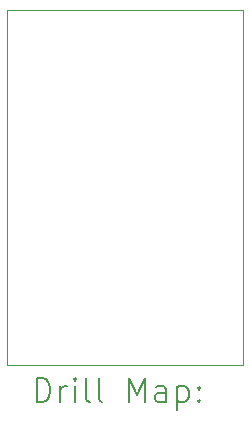
<source format=gbr>
%TF.GenerationSoftware,KiCad,Pcbnew,7.0.5*%
%TF.CreationDate,2023-08-05T10:41:14-04:00*%
%TF.ProjectId,Board_To_Be_Tested,426f6172-645f-4546-9f5f-42655f546573,rev?*%
%TF.SameCoordinates,Original*%
%TF.FileFunction,Drillmap*%
%TF.FilePolarity,Positive*%
%FSLAX45Y45*%
G04 Gerber Fmt 4.5, Leading zero omitted, Abs format (unit mm)*
G04 Created by KiCad (PCBNEW 7.0.5) date 2023-08-05 10:41:14*
%MOMM*%
%LPD*%
G01*
G04 APERTURE LIST*
%ADD10C,0.100000*%
%ADD11C,0.200000*%
G04 APERTURE END LIST*
D10*
X12500000Y-10800000D02*
X14500000Y-10800000D01*
X14500000Y-13800000D01*
X12500000Y-13800000D01*
X12500000Y-10800000D01*
D11*
X12755777Y-14116484D02*
X12755777Y-13916484D01*
X12755777Y-13916484D02*
X12803396Y-13916484D01*
X12803396Y-13916484D02*
X12831967Y-13926008D01*
X12831967Y-13926008D02*
X12851015Y-13945055D01*
X12851015Y-13945055D02*
X12860539Y-13964103D01*
X12860539Y-13964103D02*
X12870062Y-14002198D01*
X12870062Y-14002198D02*
X12870062Y-14030769D01*
X12870062Y-14030769D02*
X12860539Y-14068865D01*
X12860539Y-14068865D02*
X12851015Y-14087912D01*
X12851015Y-14087912D02*
X12831967Y-14106960D01*
X12831967Y-14106960D02*
X12803396Y-14116484D01*
X12803396Y-14116484D02*
X12755777Y-14116484D01*
X12955777Y-14116484D02*
X12955777Y-13983150D01*
X12955777Y-14021246D02*
X12965301Y-14002198D01*
X12965301Y-14002198D02*
X12974824Y-13992674D01*
X12974824Y-13992674D02*
X12993872Y-13983150D01*
X12993872Y-13983150D02*
X13012920Y-13983150D01*
X13079586Y-14116484D02*
X13079586Y-13983150D01*
X13079586Y-13916484D02*
X13070062Y-13926008D01*
X13070062Y-13926008D02*
X13079586Y-13935531D01*
X13079586Y-13935531D02*
X13089110Y-13926008D01*
X13089110Y-13926008D02*
X13079586Y-13916484D01*
X13079586Y-13916484D02*
X13079586Y-13935531D01*
X13203396Y-14116484D02*
X13184348Y-14106960D01*
X13184348Y-14106960D02*
X13174824Y-14087912D01*
X13174824Y-14087912D02*
X13174824Y-13916484D01*
X13308158Y-14116484D02*
X13289110Y-14106960D01*
X13289110Y-14106960D02*
X13279586Y-14087912D01*
X13279586Y-14087912D02*
X13279586Y-13916484D01*
X13536729Y-14116484D02*
X13536729Y-13916484D01*
X13536729Y-13916484D02*
X13603396Y-14059341D01*
X13603396Y-14059341D02*
X13670062Y-13916484D01*
X13670062Y-13916484D02*
X13670062Y-14116484D01*
X13851015Y-14116484D02*
X13851015Y-14011722D01*
X13851015Y-14011722D02*
X13841491Y-13992674D01*
X13841491Y-13992674D02*
X13822443Y-13983150D01*
X13822443Y-13983150D02*
X13784348Y-13983150D01*
X13784348Y-13983150D02*
X13765301Y-13992674D01*
X13851015Y-14106960D02*
X13831967Y-14116484D01*
X13831967Y-14116484D02*
X13784348Y-14116484D01*
X13784348Y-14116484D02*
X13765301Y-14106960D01*
X13765301Y-14106960D02*
X13755777Y-14087912D01*
X13755777Y-14087912D02*
X13755777Y-14068865D01*
X13755777Y-14068865D02*
X13765301Y-14049817D01*
X13765301Y-14049817D02*
X13784348Y-14040293D01*
X13784348Y-14040293D02*
X13831967Y-14040293D01*
X13831967Y-14040293D02*
X13851015Y-14030769D01*
X13946253Y-13983150D02*
X13946253Y-14183150D01*
X13946253Y-13992674D02*
X13965301Y-13983150D01*
X13965301Y-13983150D02*
X14003396Y-13983150D01*
X14003396Y-13983150D02*
X14022443Y-13992674D01*
X14022443Y-13992674D02*
X14031967Y-14002198D01*
X14031967Y-14002198D02*
X14041491Y-14021246D01*
X14041491Y-14021246D02*
X14041491Y-14078388D01*
X14041491Y-14078388D02*
X14031967Y-14097436D01*
X14031967Y-14097436D02*
X14022443Y-14106960D01*
X14022443Y-14106960D02*
X14003396Y-14116484D01*
X14003396Y-14116484D02*
X13965301Y-14116484D01*
X13965301Y-14116484D02*
X13946253Y-14106960D01*
X14127205Y-14097436D02*
X14136729Y-14106960D01*
X14136729Y-14106960D02*
X14127205Y-14116484D01*
X14127205Y-14116484D02*
X14117682Y-14106960D01*
X14117682Y-14106960D02*
X14127205Y-14097436D01*
X14127205Y-14097436D02*
X14127205Y-14116484D01*
X14127205Y-13992674D02*
X14136729Y-14002198D01*
X14136729Y-14002198D02*
X14127205Y-14011722D01*
X14127205Y-14011722D02*
X14117682Y-14002198D01*
X14117682Y-14002198D02*
X14127205Y-13992674D01*
X14127205Y-13992674D02*
X14127205Y-14011722D01*
M02*

</source>
